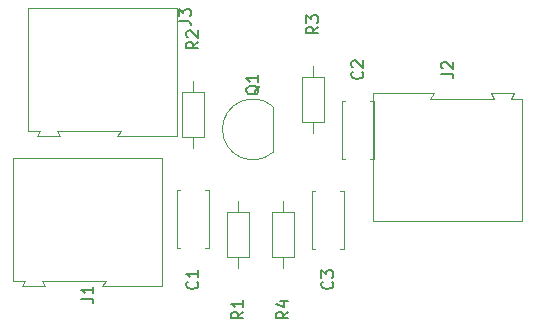
<source format=gbr>
G04 #@! TF.GenerationSoftware,KiCad,Pcbnew,(5.0.0)*
G04 #@! TF.CreationDate,2019-04-25T11:09:40+03:00*
G04 #@! TF.ProjectId,Single_transistor_AMP,53696E676C655F7472616E736973746F,rev?*
G04 #@! TF.SameCoordinates,Original*
G04 #@! TF.FileFunction,Legend,Top*
G04 #@! TF.FilePolarity,Positive*
%FSLAX46Y46*%
G04 Gerber Fmt 4.6, Leading zero omitted, Abs format (unit mm)*
G04 Created by KiCad (PCBNEW (5.0.0)) date 04/25/19 11:09:40*
%MOMM*%
%LPD*%
G01*
G04 APERTURE LIST*
%ADD10C,0.120000*%
%ADD11C,0.150000*%
G04 APERTURE END LIST*
D10*
G04 #@! TO.C,J1*
X106630000Y-53230000D02*
X94030000Y-53230000D01*
X94030000Y-53230000D02*
X94030000Y-63580000D01*
X94030000Y-63580000D02*
X94980000Y-63580000D01*
X94980000Y-63580000D02*
X94730000Y-64080000D01*
X94730000Y-64080000D02*
X96630000Y-64080000D01*
X96630000Y-64080000D02*
X96680000Y-64080000D01*
X96680000Y-64080000D02*
X96430000Y-63580000D01*
X96430000Y-63580000D02*
X101830000Y-63580000D01*
X101830000Y-63580000D02*
X101530000Y-64080000D01*
X101530000Y-64080000D02*
X106630000Y-64080000D01*
X106630000Y-64080000D02*
X106630000Y-53230000D01*
G04 #@! TO.C,C1*
X110590000Y-55910000D02*
X110590000Y-60850000D01*
X107850000Y-55910000D02*
X107850000Y-60850000D01*
X110590000Y-55910000D02*
X110275000Y-55910000D01*
X108165000Y-55910000D02*
X107850000Y-55910000D01*
X110590000Y-60850000D02*
X110275000Y-60850000D01*
X108165000Y-60850000D02*
X107850000Y-60850000D01*
G04 #@! TO.C,C2*
X121820000Y-53310000D02*
X121820000Y-48370000D01*
X124560000Y-53310000D02*
X124560000Y-48370000D01*
X121820000Y-53310000D02*
X122135000Y-53310000D01*
X124245000Y-53310000D02*
X124560000Y-53310000D01*
X121820000Y-48370000D02*
X122135000Y-48370000D01*
X124245000Y-48370000D02*
X124560000Y-48370000D01*
G04 #@! TO.C,C3*
X119595000Y-60930000D02*
X119280000Y-60930000D01*
X122020000Y-60930000D02*
X121705000Y-60930000D01*
X119595000Y-55990000D02*
X119280000Y-55990000D01*
X122020000Y-55990000D02*
X121705000Y-55990000D01*
X119280000Y-55990000D02*
X119280000Y-60930000D01*
X122020000Y-55990000D02*
X122020000Y-60930000D01*
G04 #@! TO.C,J2*
X124510000Y-47680000D02*
X124510000Y-58530000D01*
X129610000Y-47680000D02*
X124510000Y-47680000D01*
X129310000Y-48180000D02*
X129610000Y-47680000D01*
X134710000Y-48180000D02*
X129310000Y-48180000D01*
X134460000Y-47680000D02*
X134710000Y-48180000D01*
X134510000Y-47680000D02*
X134460000Y-47680000D01*
X136410000Y-47680000D02*
X134510000Y-47680000D01*
X136160000Y-48180000D02*
X136410000Y-47680000D01*
X137110000Y-48180000D02*
X136160000Y-48180000D01*
X137110000Y-58530000D02*
X137110000Y-48180000D01*
X124510000Y-58530000D02*
X137110000Y-58530000D01*
G04 #@! TO.C,Q1*
X116000000Y-52720000D02*
X116000000Y-48870000D01*
X115990122Y-48831389D02*
G75*
G03X116000000Y-52720000I-1690122J-1948611D01*
G01*
G04 #@! TO.C,R1*
X112110000Y-61610000D02*
X113950000Y-61610000D01*
X113950000Y-61610000D02*
X113950000Y-57770000D01*
X113950000Y-57770000D02*
X112110000Y-57770000D01*
X112110000Y-57770000D02*
X112110000Y-61610000D01*
X113030000Y-62560000D02*
X113030000Y-61610000D01*
X113030000Y-56820000D02*
X113030000Y-57770000D01*
G04 #@! TO.C,R2*
X109220000Y-52400000D02*
X109220000Y-51450000D01*
X109220000Y-46660000D02*
X109220000Y-47610000D01*
X110140000Y-51450000D02*
X110140000Y-47610000D01*
X108300000Y-51450000D02*
X110140000Y-51450000D01*
X108300000Y-47610000D02*
X108300000Y-51450000D01*
X110140000Y-47610000D02*
X108300000Y-47610000D01*
G04 #@! TO.C,R3*
X120300000Y-46340000D02*
X118460000Y-46340000D01*
X118460000Y-46340000D02*
X118460000Y-50180000D01*
X118460000Y-50180000D02*
X120300000Y-50180000D01*
X120300000Y-50180000D02*
X120300000Y-46340000D01*
X119380000Y-45390000D02*
X119380000Y-46340000D01*
X119380000Y-51130000D02*
X119380000Y-50180000D01*
G04 #@! TO.C,R4*
X116840000Y-56820000D02*
X116840000Y-57770000D01*
X116840000Y-62560000D02*
X116840000Y-61610000D01*
X115920000Y-57770000D02*
X115920000Y-61610000D01*
X117760000Y-57770000D02*
X115920000Y-57770000D01*
X117760000Y-61610000D02*
X117760000Y-57770000D01*
X115920000Y-61610000D02*
X117760000Y-61610000D01*
G04 #@! TO.C,J3*
X107900000Y-40530000D02*
X95300000Y-40530000D01*
X95300000Y-40530000D02*
X95300000Y-50880000D01*
X95300000Y-50880000D02*
X96250000Y-50880000D01*
X96250000Y-50880000D02*
X96000000Y-51380000D01*
X96000000Y-51380000D02*
X97900000Y-51380000D01*
X97900000Y-51380000D02*
X97950000Y-51380000D01*
X97950000Y-51380000D02*
X97700000Y-50880000D01*
X97700000Y-50880000D02*
X103100000Y-50880000D01*
X103100000Y-50880000D02*
X102800000Y-51380000D01*
X102800000Y-51380000D02*
X107900000Y-51380000D01*
X107900000Y-51380000D02*
X107900000Y-40530000D01*
G04 #@! TO.C,J1*
D11*
X99782380Y-65103333D02*
X100496666Y-65103333D01*
X100639523Y-65150952D01*
X100734761Y-65246190D01*
X100782380Y-65389047D01*
X100782380Y-65484285D01*
X100782380Y-64103333D02*
X100782380Y-64674761D01*
X100782380Y-64389047D02*
X99782380Y-64389047D01*
X99925238Y-64484285D01*
X100020476Y-64579523D01*
X100068095Y-64674761D01*
G04 #@! TO.C,C1*
X109577142Y-63666666D02*
X109624761Y-63714285D01*
X109672380Y-63857142D01*
X109672380Y-63952380D01*
X109624761Y-64095238D01*
X109529523Y-64190476D01*
X109434285Y-64238095D01*
X109243809Y-64285714D01*
X109100952Y-64285714D01*
X108910476Y-64238095D01*
X108815238Y-64190476D01*
X108720000Y-64095238D01*
X108672380Y-63952380D01*
X108672380Y-63857142D01*
X108720000Y-63714285D01*
X108767619Y-63666666D01*
X109672380Y-62714285D02*
X109672380Y-63285714D01*
X109672380Y-63000000D02*
X108672380Y-63000000D01*
X108815238Y-63095238D01*
X108910476Y-63190476D01*
X108958095Y-63285714D01*
G04 #@! TO.C,C2*
X123547142Y-45886666D02*
X123594761Y-45934285D01*
X123642380Y-46077142D01*
X123642380Y-46172380D01*
X123594761Y-46315238D01*
X123499523Y-46410476D01*
X123404285Y-46458095D01*
X123213809Y-46505714D01*
X123070952Y-46505714D01*
X122880476Y-46458095D01*
X122785238Y-46410476D01*
X122690000Y-46315238D01*
X122642380Y-46172380D01*
X122642380Y-46077142D01*
X122690000Y-45934285D01*
X122737619Y-45886666D01*
X122737619Y-45505714D02*
X122690000Y-45458095D01*
X122642380Y-45362857D01*
X122642380Y-45124761D01*
X122690000Y-45029523D01*
X122737619Y-44981904D01*
X122832857Y-44934285D01*
X122928095Y-44934285D01*
X123070952Y-44981904D01*
X123642380Y-45553333D01*
X123642380Y-44934285D01*
G04 #@! TO.C,C3*
X121007142Y-63666666D02*
X121054761Y-63714285D01*
X121102380Y-63857142D01*
X121102380Y-63952380D01*
X121054761Y-64095238D01*
X120959523Y-64190476D01*
X120864285Y-64238095D01*
X120673809Y-64285714D01*
X120530952Y-64285714D01*
X120340476Y-64238095D01*
X120245238Y-64190476D01*
X120150000Y-64095238D01*
X120102380Y-63952380D01*
X120102380Y-63857142D01*
X120150000Y-63714285D01*
X120197619Y-63666666D01*
X120102380Y-63333333D02*
X120102380Y-62714285D01*
X120483333Y-63047619D01*
X120483333Y-62904761D01*
X120530952Y-62809523D01*
X120578571Y-62761904D01*
X120673809Y-62714285D01*
X120911904Y-62714285D01*
X121007142Y-62761904D01*
X121054761Y-62809523D01*
X121102380Y-62904761D01*
X121102380Y-63190476D01*
X121054761Y-63285714D01*
X121007142Y-63333333D01*
G04 #@! TO.C,J2*
X130262380Y-46053333D02*
X130976666Y-46053333D01*
X131119523Y-46100952D01*
X131214761Y-46196190D01*
X131262380Y-46339047D01*
X131262380Y-46434285D01*
X130357619Y-45624761D02*
X130310000Y-45577142D01*
X130262380Y-45481904D01*
X130262380Y-45243809D01*
X130310000Y-45148571D01*
X130357619Y-45100952D01*
X130452857Y-45053333D01*
X130548095Y-45053333D01*
X130690952Y-45100952D01*
X131262380Y-45672380D01*
X131262380Y-45053333D01*
G04 #@! TO.C,Q1*
X114847619Y-47085238D02*
X114800000Y-47180476D01*
X114704761Y-47275714D01*
X114561904Y-47418571D01*
X114514285Y-47513809D01*
X114514285Y-47609047D01*
X114752380Y-47561428D02*
X114704761Y-47656666D01*
X114609523Y-47751904D01*
X114419047Y-47799523D01*
X114085714Y-47799523D01*
X113895238Y-47751904D01*
X113800000Y-47656666D01*
X113752380Y-47561428D01*
X113752380Y-47370952D01*
X113800000Y-47275714D01*
X113895238Y-47180476D01*
X114085714Y-47132857D01*
X114419047Y-47132857D01*
X114609523Y-47180476D01*
X114704761Y-47275714D01*
X114752380Y-47370952D01*
X114752380Y-47561428D01*
X114752380Y-46180476D02*
X114752380Y-46751904D01*
X114752380Y-46466190D02*
X113752380Y-46466190D01*
X113895238Y-46561428D01*
X113990476Y-46656666D01*
X114038095Y-46751904D01*
G04 #@! TO.C,R1*
X113482380Y-66206666D02*
X113006190Y-66540000D01*
X113482380Y-66778095D02*
X112482380Y-66778095D01*
X112482380Y-66397142D01*
X112530000Y-66301904D01*
X112577619Y-66254285D01*
X112672857Y-66206666D01*
X112815714Y-66206666D01*
X112910952Y-66254285D01*
X112958571Y-66301904D01*
X113006190Y-66397142D01*
X113006190Y-66778095D01*
X113482380Y-65254285D02*
X113482380Y-65825714D01*
X113482380Y-65540000D02*
X112482380Y-65540000D01*
X112625238Y-65635238D01*
X112720476Y-65730476D01*
X112768095Y-65825714D01*
G04 #@! TO.C,R2*
X109672380Y-43346666D02*
X109196190Y-43680000D01*
X109672380Y-43918095D02*
X108672380Y-43918095D01*
X108672380Y-43537142D01*
X108720000Y-43441904D01*
X108767619Y-43394285D01*
X108862857Y-43346666D01*
X109005714Y-43346666D01*
X109100952Y-43394285D01*
X109148571Y-43441904D01*
X109196190Y-43537142D01*
X109196190Y-43918095D01*
X108767619Y-42965714D02*
X108720000Y-42918095D01*
X108672380Y-42822857D01*
X108672380Y-42584761D01*
X108720000Y-42489523D01*
X108767619Y-42441904D01*
X108862857Y-42394285D01*
X108958095Y-42394285D01*
X109100952Y-42441904D01*
X109672380Y-43013333D01*
X109672380Y-42394285D01*
G04 #@! TO.C,R3*
X119832380Y-42076666D02*
X119356190Y-42410000D01*
X119832380Y-42648095D02*
X118832380Y-42648095D01*
X118832380Y-42267142D01*
X118880000Y-42171904D01*
X118927619Y-42124285D01*
X119022857Y-42076666D01*
X119165714Y-42076666D01*
X119260952Y-42124285D01*
X119308571Y-42171904D01*
X119356190Y-42267142D01*
X119356190Y-42648095D01*
X118832380Y-41743333D02*
X118832380Y-41124285D01*
X119213333Y-41457619D01*
X119213333Y-41314761D01*
X119260952Y-41219523D01*
X119308571Y-41171904D01*
X119403809Y-41124285D01*
X119641904Y-41124285D01*
X119737142Y-41171904D01*
X119784761Y-41219523D01*
X119832380Y-41314761D01*
X119832380Y-41600476D01*
X119784761Y-41695714D01*
X119737142Y-41743333D01*
G04 #@! TO.C,R4*
X117292380Y-66206666D02*
X116816190Y-66540000D01*
X117292380Y-66778095D02*
X116292380Y-66778095D01*
X116292380Y-66397142D01*
X116340000Y-66301904D01*
X116387619Y-66254285D01*
X116482857Y-66206666D01*
X116625714Y-66206666D01*
X116720952Y-66254285D01*
X116768571Y-66301904D01*
X116816190Y-66397142D01*
X116816190Y-66778095D01*
X116625714Y-65349523D02*
X117292380Y-65349523D01*
X116244761Y-65587619D02*
X116959047Y-65825714D01*
X116959047Y-65206666D01*
G04 #@! TO.C,J3*
X108042380Y-41593333D02*
X108756666Y-41593333D01*
X108899523Y-41640952D01*
X108994761Y-41736190D01*
X109042380Y-41879047D01*
X109042380Y-41974285D01*
X108042380Y-41212380D02*
X108042380Y-40593333D01*
X108423333Y-40926666D01*
X108423333Y-40783809D01*
X108470952Y-40688571D01*
X108518571Y-40640952D01*
X108613809Y-40593333D01*
X108851904Y-40593333D01*
X108947142Y-40640952D01*
X108994761Y-40688571D01*
X109042380Y-40783809D01*
X109042380Y-41069523D01*
X108994761Y-41164761D01*
X108947142Y-41212380D01*
G04 #@! TD*
M02*

</source>
